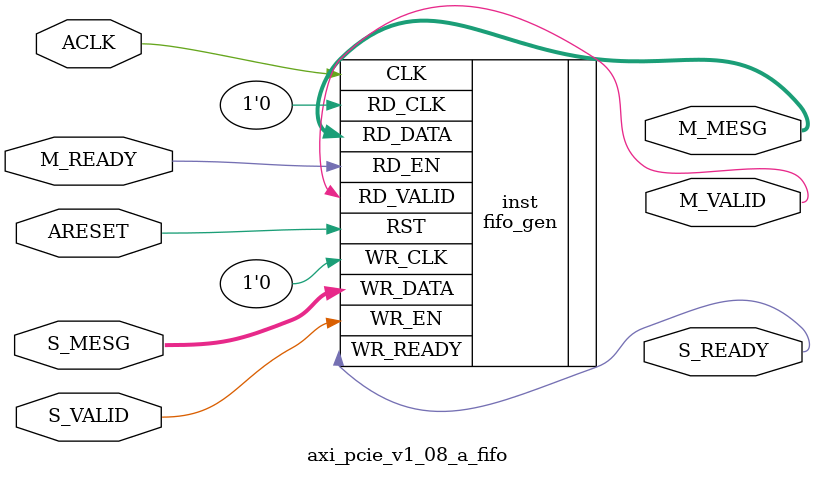
<source format=v>
`timescale 1ns/100ps


module axi_pcie_v1_08_a_fifo #
  (
   parameter         C_FAMILY          = "virtex6",
   parameter integer C_FIFO_DEPTH_LOG  = 5,      // FIFO depth = 2**C_FIFO_DEPTH_LOG
                                                 // Range = [5:9] when TYPE="lut",
                                                 // Range = [5:12] when TYPE="bram",
   parameter integer C_FIFO_WIDTH      = 64,     // Width of payload [1:512]
   parameter         C_FIFO_TYPE       = "lut"   // "lut" = LUT (SRL) based,
                                                 // "bram" = BRAM based
   )
  (
   // Global inputs
   input  wire                        ACLK,    // Clock
   input  wire                        ARESET,  // Reset
   // Slave  Port
   input  wire [C_FIFO_WIDTH-1:0]     S_MESG,  // Payload (may be any set of channel signals)
   input  wire                        S_VALID, // FIFO push
   output wire                        S_READY, // FIFO not full
   // Master  Port
   output wire [C_FIFO_WIDTH-1:0]     M_MESG,  // Payload
   output wire                        M_VALID, // FIFO not empty
   input  wire                        M_READY  // FIFO pop
   );

   fifo_gen #(
     .C_FAMILY(C_FAMILY),
     .C_COMMON_CLOCK(1),
     .C_FIFO_DEPTH_LOG(C_FIFO_DEPTH_LOG),
     .C_FIFO_WIDTH(C_FIFO_WIDTH),
     .C_FIFO_TYPE(C_FIFO_TYPE))
   inst (
     .CLK(ACLK),
     .RST(ARESET),
     .WR_CLK(1'b0),
     .WR_EN(S_VALID),
     .WR_READY(S_READY),
     .WR_DATA(S_MESG),
     .RD_CLK(1'b0),
     .RD_EN(M_READY),
     .RD_VALID(M_VALID),
     .RD_DATA(M_MESG));

endmodule

</source>
